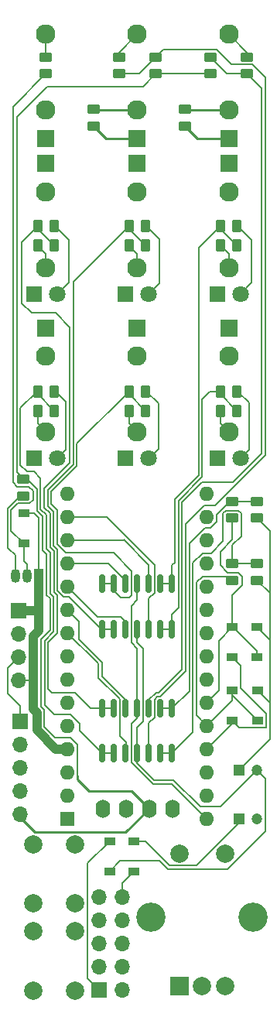
<source format=gbr>
%TF.GenerationSoftware,KiCad,Pcbnew,7.0.10-7.0.10~ubuntu22.04.1*%
%TF.CreationDate,2024-05-18T14:45:39+03:00*%
%TF.ProjectId,gtoe,67746f65-2e6b-4696-9361-645f70636258,rev?*%
%TF.SameCoordinates,Original*%
%TF.FileFunction,Copper,L2,Bot*%
%TF.FilePolarity,Positive*%
%FSLAX46Y46*%
G04 Gerber Fmt 4.6, Leading zero omitted, Abs format (unit mm)*
G04 Created by KiCad (PCBNEW 7.0.10-7.0.10~ubuntu22.04.1) date 2024-05-18 14:45:39*
%MOMM*%
%LPD*%
G01*
G04 APERTURE LIST*
G04 Aperture macros list*
%AMRoundRect*
0 Rectangle with rounded corners*
0 $1 Rounding radius*
0 $2 $3 $4 $5 $6 $7 $8 $9 X,Y pos of 4 corners*
0 Add a 4 corners polygon primitive as box body*
4,1,4,$2,$3,$4,$5,$6,$7,$8,$9,$2,$3,0*
0 Add four circle primitives for the rounded corners*
1,1,$1+$1,$2,$3*
1,1,$1+$1,$4,$5*
1,1,$1+$1,$6,$7*
1,1,$1+$1,$8,$9*
0 Add four rect primitives between the rounded corners*
20,1,$1+$1,$2,$3,$4,$5,0*
20,1,$1+$1,$4,$5,$6,$7,0*
20,1,$1+$1,$6,$7,$8,$9,0*
20,1,$1+$1,$8,$9,$2,$3,0*%
G04 Aperture macros list end*
%TA.AperFunction,ComponentPad*%
%ADD10R,1.930000X1.830000*%
%TD*%
%TA.AperFunction,ComponentPad*%
%ADD11C,2.130000*%
%TD*%
%TA.AperFunction,ComponentPad*%
%ADD12C,2.000000*%
%TD*%
%TA.AperFunction,ComponentPad*%
%ADD13R,1.800000X1.800000*%
%TD*%
%TA.AperFunction,ComponentPad*%
%ADD14C,1.800000*%
%TD*%
%TA.AperFunction,ComponentPad*%
%ADD15O,1.600000X2.000000*%
%TD*%
%TA.AperFunction,ComponentPad*%
%ADD16R,2.000000X2.000000*%
%TD*%
%TA.AperFunction,ComponentPad*%
%ADD17C,3.200000*%
%TD*%
%TA.AperFunction,SMDPad,CuDef*%
%ADD18R,1.200000X0.900000*%
%TD*%
%TA.AperFunction,SMDPad,CuDef*%
%ADD19RoundRect,0.250000X-0.450000X0.262500X-0.450000X-0.262500X0.450000X-0.262500X0.450000X0.262500X0*%
%TD*%
%TA.AperFunction,ComponentPad*%
%ADD20R,1.200000X1.200000*%
%TD*%
%TA.AperFunction,ComponentPad*%
%ADD21C,1.200000*%
%TD*%
%TA.AperFunction,SMDPad,CuDef*%
%ADD22RoundRect,0.250000X0.262500X0.450000X-0.262500X0.450000X-0.262500X-0.450000X0.262500X-0.450000X0*%
%TD*%
%TA.AperFunction,SMDPad,CuDef*%
%ADD23RoundRect,0.150000X-0.150000X0.825000X-0.150000X-0.825000X0.150000X-0.825000X0.150000X0.825000X0*%
%TD*%
%TA.AperFunction,ComponentPad*%
%ADD24R,1.700000X1.700000*%
%TD*%
%TA.AperFunction,ComponentPad*%
%ADD25O,1.700000X1.700000*%
%TD*%
%TA.AperFunction,ComponentPad*%
%ADD26R,1.600000X1.600000*%
%TD*%
%TA.AperFunction,ComponentPad*%
%ADD27O,1.600000X1.600000*%
%TD*%
%TA.AperFunction,SMDPad,CuDef*%
%ADD28RoundRect,0.250000X0.450000X-0.262500X0.450000X0.262500X-0.450000X0.262500X-0.450000X-0.262500X0*%
%TD*%
%TA.AperFunction,ComponentPad*%
%ADD29R,1.050000X1.500000*%
%TD*%
%TA.AperFunction,ComponentPad*%
%ADD30O,1.050000X1.500000*%
%TD*%
%TA.AperFunction,Conductor*%
%ADD31C,0.200000*%
%TD*%
%TA.AperFunction,Conductor*%
%ADD32C,1.000000*%
%TD*%
%TA.AperFunction,Conductor*%
%ADD33C,0.250000*%
%TD*%
G04 APERTURE END LIST*
D10*
%TO.P,J9,S*%
%TO.N,GND*%
X124800000Y-52780000D03*
D11*
%TO.P,J9,T*%
%TO.N,Net-(J9-PadT)*%
X124800000Y-41380000D03*
%TO.P,J9,TN*%
%TO.N,Net-(J9-PadTN)*%
X124800000Y-49680000D03*
%TD*%
D12*
%TO.P,SW3,1*%
%TO.N,SHIFT BTN*%
X103450000Y-146000000D03*
X103450000Y-139500000D03*
%TO.P,SW3,2*%
%TO.N,GND*%
X107950000Y-139500000D03*
X107950000Y-146000000D03*
%TD*%
D13*
%TO.P,D5,1,K*%
%TO.N,GND*%
X113530000Y-87800000D03*
D14*
%TO.P,D5,2,A*%
%TO.N,Net-(D5-Pad2)*%
X116070000Y-87800000D03*
%TD*%
D10*
%TO.P,J2,S*%
%TO.N,GND*%
X114800000Y-55520000D03*
D11*
%TO.P,J2,T*%
%TO.N,Net-(J2-PadT)*%
X114800000Y-66920000D03*
%TO.P,J2,TN*%
%TO.N,unconnected-(J2-PadTN)*%
X114800000Y-58620000D03*
%TD*%
D10*
%TO.P,J5,S*%
%TO.N,GND*%
X114800000Y-73520000D03*
D11*
%TO.P,J5,T*%
%TO.N,Net-(J5-PadT)*%
X114800000Y-84920000D03*
%TO.P,J5,TN*%
%TO.N,unconnected-(J5-PadTN)*%
X114800000Y-76620000D03*
%TD*%
D13*
%TO.P,D4,1,K*%
%TO.N,GND*%
X103530000Y-87800000D03*
D14*
%TO.P,D4,2,A*%
%TO.N,Net-(D4-Pad2)*%
X106070000Y-87800000D03*
%TD*%
D13*
%TO.P,D3,1,K*%
%TO.N,GND*%
X123530000Y-69800000D03*
D14*
%TO.P,D3,2,A*%
%TO.N,Net-(D3-Pad2)*%
X126070000Y-69800000D03*
%TD*%
D15*
%TO.P,Screen,1,GND*%
%TO.N,GND*%
X118621000Y-126100000D03*
%TO.P,Screen,2,VCC*%
%TO.N,+5V*%
X116081000Y-126100000D03*
%TO.P,Screen,3,SCL*%
%TO.N,I2C SCL*%
X113541000Y-126100000D03*
%TO.P,Screen,4,SDA*%
%TO.N,I2C SDA*%
X111000000Y-126100000D03*
%TD*%
D10*
%TO.P,J3,S*%
%TO.N,GND*%
X124800000Y-55520000D03*
D11*
%TO.P,J3,T*%
%TO.N,Net-(J3-PadT)*%
X124800000Y-66920000D03*
%TO.P,J3,TN*%
%TO.N,unconnected-(J3-PadTN)*%
X124800000Y-58620000D03*
%TD*%
D13*
%TO.P,D2,1,K*%
%TO.N,GND*%
X113530000Y-69800000D03*
D14*
%TO.P,D2,2,A*%
%TO.N,Net-(D2-Pad2)*%
X116070000Y-69800000D03*
%TD*%
D16*
%TO.P,SW2,A,A*%
%TO.N,ENC_D1*%
X119400000Y-145500000D03*
D12*
%TO.P,SW2,B,B*%
%TO.N,ENC_D2*%
X124400000Y-145500000D03*
%TO.P,SW2,C,C*%
%TO.N,GND*%
X121900000Y-145500000D03*
D17*
%TO.P,SW2,MP*%
%TO.N,N/C*%
X116300000Y-138000000D03*
X127500000Y-138000000D03*
D12*
%TO.P,SW2,S1,S1*%
%TO.N,ENC_BTN*%
X124400000Y-131000000D03*
%TO.P,SW2,S2,S2*%
%TO.N,GND*%
X119400000Y-131000000D03*
%TD*%
D10*
%TO.P,J8,S*%
%TO.N,GND*%
X114800000Y-52780000D03*
D11*
%TO.P,J8,T*%
%TO.N,Net-(J8-PadT)*%
X114800000Y-41380000D03*
%TO.P,J8,TN*%
%TO.N,Net-(J8-PadTN)*%
X114800000Y-49680000D03*
%TD*%
D10*
%TO.P,J6,S*%
%TO.N,GND*%
X124800000Y-73520000D03*
D11*
%TO.P,J6,T*%
%TO.N,Net-(J6-PadT)*%
X124800000Y-84920000D03*
%TO.P,J6,TN*%
%TO.N,unconnected-(J6-PadTN)*%
X124800000Y-76620000D03*
%TD*%
D10*
%TO.P,J1,S*%
%TO.N,GND*%
X104800000Y-55520000D03*
D11*
%TO.P,J1,T*%
%TO.N,Net-(J1-PadT)*%
X104800000Y-66920000D03*
%TO.P,J1,TN*%
%TO.N,unconnected-(J1-PadTN)*%
X104800000Y-58620000D03*
%TD*%
D13*
%TO.P,D6,1,K*%
%TO.N,GND*%
X123530000Y-87800000D03*
D14*
%TO.P,D6,2,A*%
%TO.N,Net-(D6-Pad2)*%
X126070000Y-87800000D03*
%TD*%
D13*
%TO.P,D1,1,K*%
%TO.N,GND*%
X103530000Y-69800000D03*
D14*
%TO.P,D1,2,A*%
%TO.N,Net-(D1-Pad2)*%
X106070000Y-69800000D03*
%TD*%
D10*
%TO.P,J4,S*%
%TO.N,GND*%
X104800000Y-73520000D03*
D11*
%TO.P,J4,T*%
%TO.N,Net-(J4-PadT)*%
X104800000Y-84920000D03*
%TO.P,J4,TN*%
%TO.N,unconnected-(J4-PadTN)*%
X104800000Y-76620000D03*
%TD*%
D10*
%TO.P,J7,S*%
%TO.N,GND*%
X104800000Y-52780000D03*
D11*
%TO.P,J7,T*%
%TO.N,Net-(J7-PadT)*%
X104800000Y-41380000D03*
%TO.P,J7,TN*%
%TO.N,DIGITAL INPUT PIN*%
X104800000Y-49680000D03*
%TD*%
D12*
%TO.P,SW1,1*%
%TO.N,START STOP BTN*%
X103450000Y-136500000D03*
X103450000Y-130000000D03*
%TO.P,SW1,2*%
%TO.N,GND*%
X107950000Y-130000000D03*
X107950000Y-136500000D03*
%TD*%
D18*
%TO.P,D13,1,K*%
%TO.N,+12V*%
X114460000Y-129668000D03*
%TO.P,D13,2,A*%
%TO.N,Net-(D13-Pad2)*%
X114460000Y-132968000D03*
%TD*%
D19*
%TO.P,R24,1*%
%TO.N,Net-(J9-PadTN)*%
X120000000Y-49587500D03*
%TO.P,R24,2*%
%TO.N,GND*%
X120000000Y-51412500D03*
%TD*%
%TO.P,R19,1*%
%TO.N,Net-(R16-Pad2)*%
X122800000Y-43887500D03*
%TO.P,R19,2*%
%TO.N,+5V*%
X122800000Y-45712500D03*
%TD*%
D20*
%TO.P,C1,1*%
%TO.N,+12V*%
X125900000Y-127200000D03*
D21*
%TO.P,C1,2*%
%TO.N,GND*%
X127900000Y-127200000D03*
%TD*%
D18*
%TO.P,D9,1,K*%
%TO.N,CV1 INPUT*%
X128000000Y-116450000D03*
%TO.P,D9,2,A*%
%TO.N,GND*%
X128000000Y-113150000D03*
%TD*%
%TO.P,D11,1,K*%
%TO.N,CV2 INPUT*%
X127900000Y-109550000D03*
%TO.P,D11,2,A*%
%TO.N,GND*%
X127900000Y-106250000D03*
%TD*%
D22*
%TO.P,R9,1*%
%TO.N,Net-(R10-Pad2)*%
X115712500Y-82600000D03*
%TO.P,R9,2*%
%TO.N,Net-(J5-PadT)*%
X113887500Y-82600000D03*
%TD*%
D18*
%TO.P,D12,1,K*%
%TO.N,Net-(D12-Pad1)*%
X111760000Y-129668000D03*
%TO.P,D12,2,A*%
%TO.N,-12V*%
X111760000Y-132968000D03*
%TD*%
D22*
%TO.P,R3,1*%
%TO.N,Net-(R3-Pad1)*%
X115712500Y-64500000D03*
%TO.P,R3,2*%
%TO.N,Net-(J2-PadT)*%
X113887500Y-64500000D03*
%TD*%
D23*
%TO.P,U2,1*%
%TO.N,Net-(R1-Pad1)*%
X110990000Y-115125000D03*
%TO.P,U2,2,-*%
X112260000Y-115125000D03*
%TO.P,U2,3,+*%
%TO.N,Channel 1*%
X113530000Y-115125000D03*
%TO.P,U2,4,V+*%
%TO.N,+12V*%
X114800000Y-115125000D03*
%TO.P,U2,5,+*%
%TO.N,Net-(R16-Pad2)*%
X116070000Y-115125000D03*
%TO.P,U2,6,-*%
%TO.N,Net-(R17-Pad2)*%
X117340000Y-115125000D03*
%TO.P,U2,7*%
X118610000Y-115125000D03*
%TO.P,U2,8*%
%TO.N,Net-(R20-Pad1)*%
X118610000Y-120075000D03*
%TO.P,U2,9,-*%
X117340000Y-120075000D03*
%TO.P,U2,10,+*%
%TO.N,Net-(R15-Pad2)*%
X116070000Y-120075000D03*
%TO.P,U2,11,V-*%
%TO.N,-12V*%
X114800000Y-120075000D03*
%TO.P,U2,12,+*%
%TO.N,Channel 4*%
X113530000Y-120075000D03*
%TO.P,U2,13,-*%
%TO.N,Net-(R7-Pad1)*%
X112260000Y-120075000D03*
%TO.P,U2,14*%
X110990000Y-120075000D03*
%TD*%
D24*
%TO.P,LINK,1,Pin_1*%
%TO.N,GND*%
X101800000Y-104450000D03*
D25*
%TO.P,LINK,2,Pin_2*%
%TO.N,DIGITAL INPUT PIN*%
X101800000Y-106990000D03*
%TO.P,LINK,3,Pin_3*%
%TO.N,24ppqn OUT*%
X101800000Y-109530000D03*
%TO.P,LINK,4,Pin_4*%
%TO.N,GND*%
X101800000Y-112070000D03*
%TD*%
D19*
%TO.P,R23,1*%
%TO.N,Net-(J8-PadTN)*%
X110000000Y-49587500D03*
%TO.P,R23,2*%
%TO.N,GND*%
X110000000Y-51412500D03*
%TD*%
D26*
%TO.P,A1,1,D1/TX*%
%TO.N,Serial Out*%
X107175000Y-127200000D03*
D27*
%TO.P,A1,2,D0/RX*%
%TO.N,Serial In*%
X107175000Y-124660000D03*
%TO.P,A1,3,~{RESET}*%
%TO.N,unconnected-(A1-Pad3)*%
X107175000Y-122120000D03*
%TO.P,A1,4,GND*%
%TO.N,GND*%
X107175000Y-119580000D03*
%TO.P,A1,5,D2*%
%TO.N,DIGITAL INPUT*%
X107175000Y-117040000D03*
%TO.P,A1,6,D3*%
%TO.N,24ppqn OUT*%
X107175000Y-114500000D03*
%TO.P,A1,7,D4*%
%TO.N,ENC_D2*%
X107175000Y-111960000D03*
%TO.P,A1,8,D5*%
%TO.N,START STOP BTN*%
X107175000Y-109420000D03*
%TO.P,A1,9,D6*%
%TO.N,Channel 4*%
X107175000Y-106880000D03*
%TO.P,A1,10,D7*%
%TO.N,Channel 1*%
X107175000Y-104340000D03*
%TO.P,A1,11,D8*%
%TO.N,Channel 2*%
X107175000Y-101800000D03*
%TO.P,A1,12,D9*%
%TO.N,Channel 5*%
X107175000Y-99260000D03*
%TO.P,A1,13,D10*%
%TO.N,Channel 3*%
X107175000Y-96720000D03*
%TO.P,A1,14,D11*%
%TO.N,Channel 6*%
X107175000Y-94180000D03*
%TO.P,A1,15,D12*%
%TO.N,SHIFT BTN*%
X107175000Y-91640000D03*
%TO.P,A1,16,D13*%
%TO.N,unconnected-(A1-Pad16)*%
X122415000Y-91640000D03*
%TO.P,A1,17,3V3*%
%TO.N,unconnected-(A1-Pad17)*%
X122415000Y-94180000D03*
%TO.P,A1,18,AREF*%
%TO.N,unconnected-(A1-Pad18)*%
X122415000Y-96720000D03*
%TO.P,A1,19,A0*%
%TO.N,ENC_BTN*%
X122415000Y-99260000D03*
%TO.P,A1,20,A1*%
%TO.N,unconnected-(A1-Pad20)*%
X122415000Y-101800000D03*
%TO.P,A1,21,A2*%
%TO.N,unconnected-(A1-Pad21)*%
X122415000Y-104340000D03*
%TO.P,A1,22,A3*%
%TO.N,ENC_D1*%
X122415000Y-106880000D03*
%TO.P,A1,23,A4*%
%TO.N,I2C SDA*%
X122415000Y-109420000D03*
%TO.P,A1,24,A5*%
%TO.N,I2C SCL*%
X122415000Y-111960000D03*
%TO.P,A1,25,A6*%
%TO.N,CV2 INPUT*%
X122415000Y-114500000D03*
%TO.P,A1,26,A7*%
%TO.N,CV1 INPUT*%
X122415000Y-117040000D03*
%TO.P,A1,27,+5V*%
%TO.N,+5V*%
X122415000Y-119580000D03*
%TO.P,A1,28,~{RESET}*%
%TO.N,unconnected-(A1-Pad28)*%
X122415000Y-122120000D03*
%TO.P,A1,29,GND*%
%TO.N,GND*%
X122415000Y-124660000D03*
%TO.P,A1,30,VIN*%
%TO.N,+12V*%
X122415000Y-127200000D03*
%TD*%
D19*
%TO.P,R13,1*%
%TO.N,Net-(J7-PadT)*%
X104800000Y-43887500D03*
%TO.P,R13,2*%
%TO.N,Net-(D7-Pad1)*%
X104800000Y-45712500D03*
%TD*%
D22*
%TO.P,R7,1*%
%TO.N,Net-(R7-Pad1)*%
X105712500Y-82600000D03*
%TO.P,R7,2*%
%TO.N,Net-(J4-PadT)*%
X103887500Y-82600000D03*
%TD*%
%TO.P,R12,1*%
%TO.N,Net-(D6-Pad2)*%
X125712500Y-80500000D03*
%TO.P,R12,2*%
%TO.N,Net-(R11-Pad1)*%
X123887500Y-80500000D03*
%TD*%
%TO.P,R10,1*%
%TO.N,Net-(D5-Pad2)*%
X115712500Y-80500000D03*
%TO.P,R10,2*%
%TO.N,Net-(R10-Pad2)*%
X113887500Y-80500000D03*
%TD*%
D28*
%TO.P,R14,1*%
%TO.N,DIGITAL INPUT*%
X102350000Y-91912500D03*
%TO.P,R14,2*%
%TO.N,+5V*%
X102350000Y-90087500D03*
%TD*%
%TO.P,R22,1*%
%TO.N,CV1 INPUT*%
X125200000Y-101112500D03*
%TO.P,R22,2*%
%TO.N,Net-(R20-Pad1)*%
X125200000Y-99287500D03*
%TD*%
D19*
%TO.P,R18,1*%
%TO.N,Net-(R15-Pad2)*%
X116800000Y-43887500D03*
%TO.P,R18,2*%
%TO.N,+5V*%
X116800000Y-45712500D03*
%TD*%
D24*
%TO.P,MIDI,1,Pin_1*%
%TO.N,24ppqn OUT*%
X102000000Y-116525000D03*
D25*
%TO.P,MIDI,2,Pin_2*%
%TO.N,Serial Out*%
X102000000Y-119065000D03*
%TO.P,MIDI,3,Pin_3*%
%TO.N,Serial In*%
X102000000Y-121605000D03*
%TO.P,MIDI,4,Pin_4*%
%TO.N,GND*%
X102000000Y-124145000D03*
%TO.P,MIDI,5,Pin_5*%
%TO.N,+5V*%
X102000000Y-126685000D03*
%TD*%
D22*
%TO.P,R2,1*%
%TO.N,Net-(D1-Pad2)*%
X105712500Y-62400000D03*
%TO.P,R2,2*%
%TO.N,Net-(R1-Pad1)*%
X103887500Y-62400000D03*
%TD*%
%TO.P,R5,1*%
%TO.N,Net-(R5-Pad1)*%
X125712500Y-64500000D03*
%TO.P,R5,2*%
%TO.N,Net-(J3-PadT)*%
X123887500Y-64500000D03*
%TD*%
%TO.P,R11,1*%
%TO.N,Net-(R11-Pad1)*%
X125712500Y-82600000D03*
%TO.P,R11,2*%
%TO.N,Net-(J6-PadT)*%
X123887500Y-82600000D03*
%TD*%
D19*
%TO.P,R20,1*%
%TO.N,Net-(R20-Pad1)*%
X127900000Y-99287500D03*
%TO.P,R20,2*%
%TO.N,GND*%
X127900000Y-101112500D03*
%TD*%
D20*
%TO.P,C2,1*%
%TO.N,GND*%
X125900000Y-121900000D03*
D21*
%TO.P,C2,2*%
%TO.N,-12V*%
X127900000Y-121900000D03*
%TD*%
D18*
%TO.P,D8,1,K*%
%TO.N,+5V*%
X125200000Y-116450000D03*
%TO.P,D8,2,A*%
%TO.N,CV1 INPUT*%
X125200000Y-113150000D03*
%TD*%
D22*
%TO.P,R1,1*%
%TO.N,Net-(R1-Pad1)*%
X105712500Y-64500000D03*
%TO.P,R1,2*%
%TO.N,Net-(J1-PadT)*%
X103887500Y-64500000D03*
%TD*%
D19*
%TO.P,R15,1*%
%TO.N,Net-(J8-PadT)*%
X112800000Y-43887500D03*
%TO.P,R15,2*%
%TO.N,Net-(R15-Pad2)*%
X112800000Y-45712500D03*
%TD*%
D22*
%TO.P,R8,1*%
%TO.N,Net-(D4-Pad2)*%
X105712500Y-80500000D03*
%TO.P,R8,2*%
%TO.N,Net-(R7-Pad1)*%
X103887500Y-80500000D03*
%TD*%
D23*
%TO.P,U1,1*%
%TO.N,Net-(R10-Pad2)*%
X110990000Y-101525000D03*
%TO.P,U1,2,-*%
X112260000Y-101525000D03*
%TO.P,U1,3,+*%
%TO.N,Channel 5*%
X113530000Y-101525000D03*
%TO.P,U1,4,V+*%
%TO.N,+12V*%
X114800000Y-101525000D03*
%TO.P,U1,5,+*%
%TO.N,Channel 3*%
X116070000Y-101525000D03*
%TO.P,U1,6,-*%
%TO.N,Net-(R5-Pad1)*%
X117340000Y-101525000D03*
%TO.P,U1,7*%
X118610000Y-101525000D03*
%TO.P,U1,8*%
%TO.N,Net-(R11-Pad1)*%
X118610000Y-106475000D03*
%TO.P,U1,9,-*%
X117340000Y-106475000D03*
%TO.P,U1,10,+*%
%TO.N,Channel 6*%
X116070000Y-106475000D03*
%TO.P,U1,11,V-*%
%TO.N,-12V*%
X114800000Y-106475000D03*
%TO.P,U1,12,+*%
%TO.N,Channel 2*%
X113530000Y-106475000D03*
%TO.P,U1,13,-*%
%TO.N,Net-(R3-Pad1)*%
X112260000Y-106475000D03*
%TO.P,U1,14*%
X110990000Y-106475000D03*
%TD*%
D18*
%TO.P,D7,1,K*%
%TO.N,Net-(D7-Pad1)*%
X102400000Y-97100000D03*
%TO.P,D7,2,A*%
%TO.N,GND*%
X102400000Y-93800000D03*
%TD*%
D19*
%TO.P,R21,1*%
%TO.N,Net-(R17-Pad2)*%
X127900000Y-92487500D03*
%TO.P,R21,2*%
%TO.N,GND*%
X127900000Y-94312500D03*
%TD*%
D22*
%TO.P,R4,1*%
%TO.N,Net-(D2-Pad2)*%
X115712500Y-62400000D03*
%TO.P,R4,2*%
%TO.N,Net-(R3-Pad1)*%
X113887500Y-62400000D03*
%TD*%
D28*
%TO.P,R17,1*%
%TO.N,CV2 INPUT*%
X125200000Y-94312500D03*
%TO.P,R17,2*%
%TO.N,Net-(R17-Pad2)*%
X125200000Y-92487500D03*
%TD*%
D18*
%TO.P,D10,1,K*%
%TO.N,+5V*%
X125200000Y-109550000D03*
%TO.P,D10,2,A*%
%TO.N,CV2 INPUT*%
X125200000Y-106250000D03*
%TD*%
D22*
%TO.P,R6,1*%
%TO.N,Net-(D3-Pad2)*%
X125712500Y-62400000D03*
%TO.P,R6,2*%
%TO.N,Net-(R5-Pad1)*%
X123887500Y-62400000D03*
%TD*%
D19*
%TO.P,R16,1*%
%TO.N,Net-(J9-PadT)*%
X126800000Y-43887500D03*
%TO.P,R16,2*%
%TO.N,Net-(R16-Pad2)*%
X126800000Y-45712500D03*
%TD*%
D29*
%TO.P,Q1,1,E*%
%TO.N,GND*%
X104020000Y-100610000D03*
D30*
%TO.P,Q1,2,B*%
%TO.N,Net-(D7-Pad1)*%
X102750000Y-100610000D03*
%TO.P,Q1,3,C*%
%TO.N,DIGITAL INPUT*%
X101480000Y-100610000D03*
%TD*%
D25*
%TO.P,J10,10,Pin_10*%
%TO.N,Net-(D13-Pad2)*%
X113180000Y-135800000D03*
%TO.P,J10,9,Pin_9*%
X110640000Y-135800000D03*
%TO.P,J10,8,Pin_8*%
%TO.N,GND*%
X113180000Y-138340000D03*
%TO.P,J10,7,Pin_7*%
X110640000Y-138340000D03*
%TO.P,J10,6,Pin_6*%
X113180000Y-140880000D03*
%TO.P,J10,5,Pin_5*%
X110640000Y-140880000D03*
%TO.P,J10,4,Pin_4*%
X113180000Y-143420000D03*
%TO.P,J10,3,Pin_3*%
X110640000Y-143420000D03*
%TO.P,J10,2,Pin_2*%
%TO.N,Net-(D12-Pad1)*%
X113180000Y-145960000D03*
D24*
%TO.P,J10,1,Pin_1*%
X110640000Y-145960000D03*
%TD*%
D31*
%TO.N,Net-(R15-Pad2)*%
X117003604Y-113850000D02*
X116670000Y-114183604D01*
X117300000Y-113850000D02*
X117003604Y-113850000D01*
X117612500Y-43075000D02*
X123477817Y-43075000D01*
X122139365Y-92900000D02*
X120100000Y-94939365D01*
X123297183Y-92900000D02*
X122139365Y-92900000D01*
X128800000Y-87397182D02*
X123297183Y-92900000D01*
X128800000Y-46100000D02*
X128800000Y-87397182D01*
X123477817Y-43075000D02*
X125102817Y-44700000D01*
X127400000Y-44700000D02*
X128800000Y-46100000D01*
X120100000Y-94939365D02*
X120100000Y-111050000D01*
X125102817Y-44700000D02*
X127400000Y-44700000D01*
X116670000Y-116150000D02*
X116070000Y-116750000D01*
X120100000Y-111050000D02*
X117300000Y-113850000D01*
X116800000Y-43887500D02*
X117612500Y-43075000D01*
X116670000Y-114183604D02*
X116670000Y-116150000D01*
X116070000Y-116750000D02*
X116070000Y-120075000D01*
%TO.N,+12V*%
X114460000Y-129668000D02*
X115668001Y-129668000D01*
X115668001Y-129668000D02*
X118300001Y-132300000D01*
X118300001Y-132300000D02*
X121261522Y-132300000D01*
X121261522Y-132300000D02*
X125900000Y-127661522D01*
X125900000Y-127661522D02*
X125900000Y-127200000D01*
%TO.N,-12V*%
X111760000Y-132968000D02*
X112902000Y-131826000D01*
X128800000Y-122800000D02*
X127900000Y-121900000D01*
X112902000Y-131826000D02*
X117260315Y-131826000D01*
X117260315Y-131826000D02*
X118134315Y-132700000D01*
X118134315Y-132700000D02*
X124700000Y-132700000D01*
X124700000Y-132700000D02*
X128800000Y-128600000D01*
X128800000Y-128600000D02*
X128800000Y-122800000D01*
%TO.N,Net-(D12-Pad1)*%
X110640000Y-145960000D02*
X109370000Y-144690000D01*
X109370000Y-144690000D02*
X109370000Y-132058000D01*
X109370000Y-132058000D02*
X111760000Y-129668000D01*
%TO.N,Net-(D13-Pad2)*%
X113180000Y-135800000D02*
X113180000Y-134248000D01*
X113180000Y-134248000D02*
X114460000Y-132968000D01*
%TO.N,GND*%
X104020000Y-94285686D02*
X103534314Y-93800000D01*
X129300000Y-107650000D02*
X129300000Y-102512500D01*
D32*
X104020000Y-106680000D02*
X103450000Y-107250000D01*
X103450000Y-107250000D02*
X103450000Y-112000000D01*
D31*
X125900000Y-121900000D02*
X129300000Y-118500000D01*
D32*
X103450000Y-115247056D02*
X103800000Y-115597056D01*
X103450000Y-112000000D02*
X103450000Y-115247056D01*
X104020000Y-100610000D02*
X104020000Y-104480000D01*
X105898629Y-119580000D02*
X107175000Y-119580000D01*
D31*
X103380000Y-112070000D02*
X103450000Y-112000000D01*
X129275000Y-114425000D02*
X128000000Y-113150000D01*
D32*
X104020000Y-104480000D02*
X104020000Y-106680000D01*
D31*
X129300000Y-107650000D02*
X127900000Y-106250000D01*
X129275000Y-114425000D02*
X129300000Y-114400000D01*
X129300000Y-102512500D02*
X129300000Y-95712500D01*
X129300000Y-102512500D02*
X127900000Y-101112500D01*
D33*
X124800000Y-52780000D02*
X121367500Y-52780000D01*
D32*
X103800000Y-115597056D02*
X103800000Y-117481371D01*
X101800000Y-104450000D02*
X103990000Y-104450000D01*
D31*
X129300000Y-118500000D02*
X129300000Y-114450000D01*
D33*
X111367500Y-52780000D02*
X114800000Y-52780000D01*
X110000000Y-51412500D02*
X111367500Y-52780000D01*
D31*
X103534314Y-93800000D02*
X102400000Y-93800000D01*
X101800000Y-112070000D02*
X103380000Y-112070000D01*
X104020000Y-100610000D02*
X104020000Y-94285686D01*
D32*
X103800000Y-117481371D02*
X105898629Y-119580000D01*
D33*
X121367500Y-52780000D02*
X120000000Y-51412500D01*
D31*
X129300000Y-114450000D02*
X129275000Y-114425000D01*
X103990000Y-104450000D02*
X104020000Y-104480000D01*
X129300000Y-95712500D02*
X127900000Y-94312500D01*
X129300000Y-114400000D02*
X129300000Y-107650000D01*
%TO.N,DIGITAL INPUT*%
X101987500Y-91912500D02*
X100600000Y-93300000D01*
X100600000Y-93300000D02*
X100600000Y-97565686D01*
X100600000Y-97565686D02*
X101430000Y-98395686D01*
X101430000Y-100560000D02*
X101480000Y-100610000D01*
X102350000Y-91912500D02*
X101987500Y-91912500D01*
X101430000Y-98395686D02*
X101430000Y-100560000D01*
%TO.N,Channel 1*%
X113530000Y-114217918D02*
X110950000Y-111637918D01*
X108450000Y-107589314D02*
X108450000Y-105615000D01*
X108450000Y-105615000D02*
X107175000Y-104340000D01*
X110950000Y-111637918D02*
X110950000Y-110089314D01*
X110950000Y-110089314D02*
X108450000Y-107589314D01*
X113530000Y-115125000D02*
X113530000Y-114217918D01*
%TO.N,Channel 3*%
X116070000Y-101525000D02*
X116070000Y-99420000D01*
X113330000Y-96720000D02*
X107175000Y-96720000D01*
X116070000Y-99420000D02*
X113350000Y-96700000D01*
%TO.N,Channel 4*%
X113530000Y-120075000D02*
X113550000Y-120055000D01*
X110550000Y-110255000D02*
X107175000Y-106880000D01*
X110550000Y-111803604D02*
X110550000Y-110255000D01*
X113550000Y-118850000D02*
X112860000Y-118160000D01*
X112860000Y-114113604D02*
X110550000Y-111803604D01*
X112860000Y-118160000D02*
X112860000Y-114113604D01*
X113550000Y-120055000D02*
X113550000Y-118850000D01*
%TO.N,Channel 6*%
X116070000Y-106475000D02*
X116070000Y-103136396D01*
X116070000Y-103136396D02*
X116670000Y-102536396D01*
X116670000Y-102536396D02*
X116670000Y-99420000D01*
X116670000Y-99420000D02*
X111430000Y-94180000D01*
X111430000Y-94180000D02*
X107175000Y-94180000D01*
%TO.N,24ppqn OUT*%
X102000000Y-114850000D02*
X100650000Y-113500000D01*
X100650000Y-113500000D02*
X100650000Y-110680000D01*
X102000000Y-116525000D02*
X102000000Y-114850000D01*
X100650000Y-110680000D02*
X101800000Y-109530000D01*
%TO.N,+5V*%
X116800000Y-45712500D02*
X115412500Y-47100000D01*
X104875000Y-98237741D02*
X104450000Y-97812740D01*
X107500000Y-118300000D02*
X105750000Y-118300000D01*
X125950000Y-117200000D02*
X128900000Y-117200000D01*
X104450000Y-94150000D02*
X103800000Y-93500000D01*
X104250000Y-114915685D02*
X104250000Y-107581370D01*
X104600000Y-117150000D02*
X104600000Y-115265686D01*
X122415000Y-119580000D02*
X125200000Y-116795000D01*
X128900000Y-117200000D02*
X128900000Y-115700000D01*
X104450000Y-97812740D02*
X104450000Y-94150000D01*
X108275000Y-119075000D02*
X107500000Y-118300000D01*
X125200000Y-116795000D02*
X125200000Y-116450000D01*
X105750000Y-118300000D02*
X104600000Y-117150000D01*
X104902817Y-47100000D02*
X101600000Y-50402817D01*
X104250000Y-107581370D02*
X105250000Y-106581370D01*
X101600000Y-50402817D02*
X101600000Y-89337500D01*
X104875000Y-102752690D02*
X104875000Y-98237741D01*
X108275000Y-122475000D02*
X108275000Y-119075000D01*
X126100000Y-110450000D02*
X125200000Y-109550000D01*
D33*
X108275000Y-122475000D02*
X108275000Y-122925000D01*
D31*
X125200000Y-116450000D02*
X125950000Y-117200000D01*
D33*
X114181000Y-124200000D02*
X116081000Y-126100000D01*
D31*
X128900000Y-115700000D02*
X126100000Y-112900000D01*
X126100000Y-112900000D02*
X126100000Y-110450000D01*
X103800000Y-93500000D02*
X103800000Y-91184314D01*
X105250000Y-106581370D02*
X105250000Y-103127691D01*
D33*
X103560000Y-128675000D02*
X101950000Y-127065000D01*
D31*
X115412500Y-47100000D02*
X104902817Y-47100000D01*
D33*
X113506000Y-128675000D02*
X103560000Y-128675000D01*
D31*
X101600000Y-89337500D02*
X102350000Y-90087500D01*
X103800000Y-91184314D02*
X102703186Y-90087500D01*
X104600000Y-115265686D02*
X104250000Y-114915685D01*
D33*
X108275000Y-122925000D02*
X109550000Y-124200000D01*
X109550000Y-124200000D02*
X114181000Y-124200000D01*
D31*
X122800000Y-45712500D02*
X116800000Y-45712500D01*
X102703186Y-90087500D02*
X102350000Y-90087500D01*
X105250000Y-103127691D02*
X104875000Y-102752690D01*
D33*
X116081000Y-126100000D02*
X113506000Y-128675000D01*
D31*
%TO.N,+12V*%
X114130000Y-107930000D02*
X114130000Y-103970000D01*
X114800000Y-115125000D02*
X114800000Y-116200000D01*
X114130000Y-103970000D02*
X114800000Y-103300000D01*
X114800000Y-108600000D02*
X114130000Y-107930000D01*
X114800000Y-115125000D02*
X114800000Y-108600000D01*
X114200000Y-121086396D02*
X114200000Y-116800000D01*
X114800000Y-103300000D02*
X114800000Y-101525000D01*
X114800000Y-116200000D02*
X114200000Y-116800000D01*
X116513604Y-123400000D02*
X114200000Y-121086396D01*
X118615000Y-123400000D02*
X116513604Y-123400000D01*
X122415000Y-127200000D02*
X118615000Y-123400000D01*
%TO.N,Net-(D1-Pad2)*%
X107300000Y-63900000D02*
X107300000Y-68570000D01*
X105800000Y-62400000D02*
X107300000Y-63900000D01*
X107300000Y-68570000D02*
X106070000Y-69800000D01*
X105712500Y-62400000D02*
X105800000Y-62400000D01*
%TO.N,Net-(D2-Pad2)*%
X115800000Y-62400000D02*
X117200000Y-63800000D01*
X115712500Y-62400000D02*
X115800000Y-62400000D01*
X117200000Y-68670000D02*
X116070000Y-69800000D01*
X117200000Y-63800000D02*
X117200000Y-68670000D01*
%TO.N,Net-(D3-Pad2)*%
X125712500Y-62400000D02*
X125800000Y-62400000D01*
X127300000Y-63900000D02*
X127300000Y-68570000D01*
X127300000Y-68570000D02*
X126070000Y-69800000D01*
X125800000Y-62400000D02*
X127300000Y-63900000D01*
%TO.N,Net-(D4-Pad2)*%
X107000000Y-81600000D02*
X107000000Y-86870000D01*
X105712500Y-80500000D02*
X105900000Y-80500000D01*
X105900000Y-80500000D02*
X107000000Y-81600000D01*
X107000000Y-86870000D02*
X106070000Y-87800000D01*
%TO.N,Net-(D5-Pad2)*%
X115800000Y-80500000D02*
X117100000Y-81800000D01*
X117100000Y-86770000D02*
X116070000Y-87800000D01*
X117100000Y-81800000D02*
X117100000Y-86770000D01*
X115712500Y-80500000D02*
X115800000Y-80500000D01*
%TO.N,Net-(D6-Pad2)*%
X125712500Y-80500000D02*
X125800000Y-80500000D01*
X125800000Y-80500000D02*
X127000000Y-81700000D01*
X127000000Y-86870000D02*
X126070000Y-87800000D01*
X127000000Y-81700000D02*
X127000000Y-86870000D01*
%TO.N,Net-(D7-Pad1)*%
X101000000Y-93465686D02*
X101740686Y-92725000D01*
X102400000Y-97100000D02*
X101000000Y-95700000D01*
X102400000Y-97100000D02*
X102400000Y-99050000D01*
X101200000Y-90427817D02*
X101200000Y-49312500D01*
X101740686Y-92725000D02*
X103027817Y-92725000D01*
X102400000Y-99050000D02*
X102750000Y-99400000D01*
X102950000Y-90900000D02*
X101672183Y-90900000D01*
X101200000Y-49312500D02*
X104800000Y-45712500D01*
X103400000Y-91350000D02*
X102950000Y-90900000D01*
X103027817Y-92725000D02*
X103400000Y-92352817D01*
X103400000Y-92352817D02*
X103400000Y-91350000D01*
X101000000Y-95700000D02*
X101000000Y-93465686D01*
X101672183Y-90900000D02*
X101200000Y-90427817D01*
X102750000Y-99400000D02*
X102750000Y-100610000D01*
%TO.N,Net-(J1-PadT)*%
X103887500Y-64500000D02*
X104800000Y-65412500D01*
X104800000Y-65412500D02*
X104800000Y-66920000D01*
%TO.N,Net-(J2-PadT)*%
X113887500Y-64500000D02*
X114800000Y-65412500D01*
X114800000Y-65412500D02*
X114800000Y-66920000D01*
%TO.N,Net-(J3-PadT)*%
X124800000Y-65412500D02*
X124800000Y-66920000D01*
X123887500Y-64500000D02*
X124800000Y-65412500D01*
%TO.N,Net-(J4-PadT)*%
X103887500Y-84007500D02*
X104800000Y-84920000D01*
X103887500Y-82600000D02*
X103887500Y-84007500D01*
%TO.N,Net-(J5-PadT)*%
X113887500Y-84007500D02*
X114800000Y-84920000D01*
X113887500Y-82600000D02*
X113887500Y-84007500D01*
%TO.N,Net-(J6-PadT)*%
X123887500Y-84007500D02*
X124800000Y-84920000D01*
X123887500Y-82600000D02*
X123887500Y-84007500D01*
%TO.N,Net-(J7-PadT)*%
X104800000Y-41380000D02*
X104800000Y-43887500D01*
%TO.N,Net-(J8-PadT)*%
X114800000Y-41380000D02*
X112800000Y-43380000D01*
X112800000Y-43380000D02*
X112800000Y-43887500D01*
D33*
%TO.N,Net-(J8-PadTN)*%
X114800000Y-49680000D02*
X110092500Y-49680000D01*
X110092500Y-49680000D02*
X110000000Y-49587500D01*
D31*
%TO.N,Net-(J9-PadT)*%
X124800000Y-41380000D02*
X126800000Y-43380000D01*
X126800000Y-43380000D02*
X126800000Y-43887500D01*
D33*
%TO.N,Net-(J9-PadTN)*%
X120000000Y-49587500D02*
X120092500Y-49680000D01*
X120092500Y-49680000D02*
X124800000Y-49680000D01*
D31*
%TO.N,CV2 INPUT*%
X125200000Y-96700000D02*
X125200000Y-94312500D01*
X123900000Y-99500000D02*
X123900000Y-98000000D01*
X123900000Y-98000000D02*
X125200000Y-96700000D01*
X125250000Y-106250000D02*
X127900000Y-108900000D01*
X122415000Y-114500000D02*
X123700000Y-113215000D01*
X125200000Y-106250000D02*
X125250000Y-106250000D01*
X124700000Y-100300000D02*
X123900000Y-99500000D01*
X127900000Y-108900000D02*
X127900000Y-109550000D01*
X126300000Y-101700000D02*
X126300000Y-100722183D01*
X123700000Y-113215000D02*
X123700000Y-107750000D01*
X123700000Y-107750000D02*
X125200000Y-106250000D01*
X126300000Y-100722183D02*
X125877817Y-100300000D01*
X125200000Y-106250000D02*
X125200000Y-102800000D01*
X125200000Y-102800000D02*
X126300000Y-101700000D01*
X125877817Y-100300000D02*
X124700000Y-100300000D01*
%TO.N,-12V*%
X115470000Y-116530000D02*
X115470000Y-108570000D01*
X116639645Y-122960355D02*
X114800000Y-121120710D01*
X127900000Y-121900000D02*
X123900000Y-125900000D01*
X114800000Y-121120710D02*
X114800000Y-120075000D01*
X118741041Y-122960355D02*
X116639645Y-122960355D01*
X114800000Y-117200000D02*
X115470000Y-116530000D01*
X114800000Y-120075000D02*
X114800000Y-117200000D01*
X121680686Y-125900000D02*
X118741041Y-122960355D01*
X114800000Y-107900000D02*
X114800000Y-106475000D01*
X115470000Y-108570000D02*
X114800000Y-107900000D01*
X123900000Y-125900000D02*
X121680686Y-125900000D01*
%TO.N,CV1 INPUT*%
X125200000Y-113650000D02*
X128000000Y-116450000D01*
X124787500Y-100700000D02*
X121959365Y-100700000D01*
X125200000Y-101112500D02*
X124787500Y-100700000D01*
X125200000Y-114255000D02*
X122415000Y-117040000D01*
X121959365Y-100700000D02*
X121300000Y-101359365D01*
X121300000Y-115925000D02*
X122415000Y-117040000D01*
X125200000Y-113150000D02*
X125200000Y-113650000D01*
X121300000Y-101359365D02*
X121300000Y-115925000D01*
X125200000Y-113150000D02*
X125200000Y-114255000D01*
%TO.N,Net-(D13-Pad2)*%
X113065000Y-135185000D02*
X113100000Y-135150000D01*
%TO.N,Net-(R1-Pad1)*%
X106050000Y-102796320D02*
X105675000Y-102421320D01*
X107400000Y-73450000D02*
X105850000Y-71900000D01*
X102150000Y-64137500D02*
X103887500Y-62400000D01*
X107400000Y-88250000D02*
X107400000Y-73450000D01*
X105250000Y-97481370D02*
X105250000Y-93818629D01*
X107950000Y-113400000D02*
X105450000Y-113400000D01*
X103230000Y-71900000D02*
X102150000Y-70820000D01*
X105050000Y-107912742D02*
X106050000Y-106912742D01*
X105050000Y-113000000D02*
X105050000Y-107912742D01*
X104600000Y-93168629D02*
X104600000Y-91050000D01*
X105850000Y-71900000D02*
X103230000Y-71900000D01*
X104600000Y-91050000D02*
X107400000Y-88250000D01*
X112260000Y-115125000D02*
X110990000Y-115125000D01*
X105450000Y-113400000D02*
X105050000Y-113000000D01*
X105675000Y-102421320D02*
X105675000Y-97906371D01*
X106050000Y-106912742D02*
X106050000Y-102796320D01*
X103887500Y-62400000D02*
X103887500Y-62675000D01*
X102150000Y-70820000D02*
X102150000Y-64137500D01*
X109675000Y-115125000D02*
X107950000Y-113400000D01*
X103887500Y-62675000D02*
X105712500Y-64500000D01*
X110990000Y-115125000D02*
X109675000Y-115125000D01*
X105250000Y-93818629D02*
X104600000Y-93168629D01*
X105675000Y-97906371D02*
X105250000Y-97481370D01*
%TO.N,Net-(R3-Pad1)*%
X106075000Y-97740686D02*
X105650000Y-97315685D01*
X105650000Y-97315685D02*
X105650000Y-93652943D01*
X113887500Y-62400000D02*
X113887500Y-62675000D01*
X110990000Y-106475000D02*
X110875000Y-106475000D01*
X105000000Y-93002943D02*
X105000000Y-91215686D01*
X107800000Y-88415685D02*
X107800000Y-68487500D01*
X106075000Y-102255635D02*
X106075000Y-97740686D01*
X112260000Y-106475000D02*
X110990000Y-106475000D01*
X105000000Y-91215686D02*
X107800000Y-88415685D01*
X105650000Y-93652943D02*
X105000000Y-93002943D01*
X106719365Y-102900000D02*
X106075000Y-102255635D01*
X107800000Y-68487500D02*
X113887500Y-62400000D01*
X113887500Y-62675000D02*
X115712500Y-64500000D01*
X107300000Y-102900000D02*
X106719365Y-102900000D01*
X110875000Y-106475000D02*
X107300000Y-102900000D01*
%TO.N,Net-(R5-Pad1)*%
X117340000Y-101525000D02*
X118610000Y-101525000D01*
X121500000Y-89668628D02*
X121500000Y-64787500D01*
X118610000Y-101525000D02*
X118600000Y-101515000D01*
X121500000Y-64787500D02*
X123887500Y-62400000D01*
X118900000Y-92268628D02*
X121500000Y-89668628D01*
X123887500Y-62675000D02*
X125712500Y-64500000D01*
X123887500Y-62400000D02*
X123887500Y-62675000D01*
X118900000Y-99200000D02*
X118900000Y-92268628D01*
X118600000Y-99500000D02*
X118900000Y-99200000D01*
X118600000Y-101515000D02*
X118600000Y-99500000D01*
%TO.N,Net-(R7-Pad1)*%
X105700000Y-115800000D02*
X104650000Y-114750000D01*
X105650000Y-102962006D02*
X105275000Y-102587005D01*
X104200000Y-93334315D02*
X104200000Y-89950000D01*
X102750000Y-89250000D02*
X102000000Y-88500000D01*
X104650000Y-114750000D02*
X104650000Y-107747056D01*
X108500000Y-116809365D02*
X107490635Y-115800000D01*
X108500000Y-117585000D02*
X108500000Y-116809365D01*
X105275000Y-102587005D02*
X105275000Y-98072056D01*
X104650000Y-107747056D02*
X105650000Y-106747056D01*
X102000000Y-88500000D02*
X102000000Y-82300000D01*
X103500000Y-89250000D02*
X102750000Y-89250000D01*
X112260000Y-120075000D02*
X110990000Y-120075000D01*
X105650000Y-106747056D02*
X105650000Y-102962006D01*
X104850000Y-93984315D02*
X104200000Y-93334315D01*
X103887500Y-80775000D02*
X105712500Y-82600000D01*
X110990000Y-120075000D02*
X108500000Y-117585000D01*
X104850000Y-97647055D02*
X104850000Y-93984315D01*
X102000000Y-82300000D02*
X103800000Y-80500000D01*
X103800000Y-80500000D02*
X103887500Y-80500000D01*
X107490635Y-115800000D02*
X105700000Y-115800000D01*
X103887500Y-80500000D02*
X103887500Y-80775000D01*
X105275000Y-98072056D02*
X104850000Y-97647055D01*
X104200000Y-89950000D02*
X103500000Y-89250000D01*
%TO.N,Net-(R10-Pad2)*%
X107000000Y-98100000D02*
X106050000Y-97150000D01*
X108200000Y-86187500D02*
X113887500Y-80500000D01*
X113887500Y-80775000D02*
X115712500Y-82600000D01*
X112260000Y-101525000D02*
X110990000Y-101525000D01*
X112260000Y-102260000D02*
X113000000Y-103000000D01*
X114200000Y-100100000D02*
X112200000Y-98100000D01*
X113887500Y-80500000D02*
X113887500Y-80775000D01*
X113000000Y-103000000D02*
X113950000Y-103000000D01*
X112260000Y-101525000D02*
X112260000Y-102260000D01*
X105400000Y-91381372D02*
X108200000Y-88581370D01*
X113950000Y-103000000D02*
X114200000Y-102750000D01*
X108200000Y-88581370D02*
X108200000Y-86187500D01*
X106050000Y-97150000D02*
X106050000Y-93450000D01*
X106050000Y-93450000D02*
X105400000Y-92800000D01*
X112200000Y-98100000D02*
X107000000Y-98100000D01*
X105400000Y-92800000D02*
X105400000Y-91381372D01*
X114200000Y-102750000D02*
X114200000Y-100100000D01*
%TO.N,Net-(R11-Pad1)*%
X119300000Y-92434314D02*
X121917157Y-89817157D01*
X123887500Y-80500000D02*
X122700000Y-80500000D01*
X123887500Y-80775000D02*
X125712500Y-82600000D01*
X122700000Y-80500000D02*
X121900000Y-81300000D01*
X117340000Y-106475000D02*
X118610000Y-106475000D01*
X121900000Y-81300000D02*
X121900000Y-89850000D01*
X118610000Y-104840000D02*
X119300000Y-104150000D01*
X123887500Y-80500000D02*
X123887500Y-80775000D01*
X118610000Y-106475000D02*
X118610000Y-104840000D01*
X119300000Y-104150000D02*
X119300000Y-92434314D01*
%TO.N,Net-(R17-Pad2)*%
X117340000Y-115125000D02*
X118610000Y-115125000D01*
X120500000Y-97079365D02*
X120500000Y-113235000D01*
X122800000Y-95400000D02*
X122179365Y-95400000D01*
X127900000Y-92487500D02*
X125200000Y-92487500D01*
X125200000Y-92487500D02*
X124946814Y-92487500D01*
X123515000Y-94685000D02*
X122800000Y-95400000D01*
X120500000Y-113235000D02*
X118610000Y-115125000D01*
X123515000Y-93919314D02*
X123515000Y-94685000D01*
X124946814Y-92487500D02*
X123515000Y-93919314D01*
X122179365Y-95400000D02*
X120500000Y-97079365D01*
%TO.N,Net-(R15-Pad2)*%
X116800000Y-43887500D02*
X114975000Y-45712500D01*
X114975000Y-45712500D02*
X112800000Y-45712500D01*
%TO.N,Net-(R16-Pad2)*%
X121900000Y-90400000D02*
X125231497Y-90400000D01*
X128400000Y-47312500D02*
X126800000Y-45712500D01*
X116070000Y-114217919D02*
X116837919Y-113450000D01*
X125231497Y-90400000D02*
X128400000Y-87231497D01*
X125212500Y-45712500D02*
X125200000Y-45700000D01*
X126800000Y-45712500D02*
X125212500Y-45712500D01*
X116837919Y-113450000D02*
X117134314Y-113450000D01*
X119700000Y-92600000D02*
X121900000Y-90400000D01*
X125200000Y-45700000D02*
X124612500Y-45700000D01*
X116070000Y-115125000D02*
X116070000Y-114217919D01*
X128400000Y-87231497D02*
X128400000Y-47312500D01*
X117134314Y-113450000D02*
X119700000Y-110884314D01*
X124612500Y-45700000D02*
X122800000Y-43887500D01*
X119700000Y-110884314D02*
X119700000Y-92600000D01*
%TO.N,Net-(R20-Pad1)*%
X125200000Y-99287500D02*
X125200000Y-97300000D01*
X120900000Y-117785000D02*
X118610000Y-120075000D01*
X121940000Y-98160000D02*
X120900000Y-99200000D01*
X124200000Y-96830635D02*
X122870635Y-98160000D01*
X124200000Y-93800000D02*
X124200000Y-96830635D01*
X127900000Y-99287500D02*
X125200000Y-99287500D01*
X117340000Y-120075000D02*
X118610000Y-120075000D01*
X125200000Y-97300000D02*
X126200000Y-96300000D01*
X120900000Y-99200000D02*
X120900000Y-117785000D01*
X124500000Y-93500000D02*
X124200000Y-93800000D01*
X125877817Y-93500000D02*
X124500000Y-93500000D01*
X122870635Y-98160000D02*
X121940000Y-98160000D01*
X126200000Y-96300000D02*
X126200000Y-93822183D01*
X126200000Y-93822183D02*
X125877817Y-93500000D01*
%TO.N,Channel 2*%
X113530000Y-106475000D02*
X113530000Y-105630000D01*
X113530000Y-105630000D02*
X113000000Y-105100000D01*
X110475000Y-105100000D02*
X107175000Y-101800000D01*
X113000000Y-105100000D02*
X110475000Y-105100000D01*
%TO.N,Channel 5*%
X111590000Y-99260000D02*
X107175000Y-99260000D01*
X111600000Y-99250000D02*
X111590000Y-99260000D01*
X113530000Y-101525000D02*
X113530000Y-101180000D01*
X113530000Y-101180000D02*
X111600000Y-99250000D01*
%TD*%
M02*

</source>
